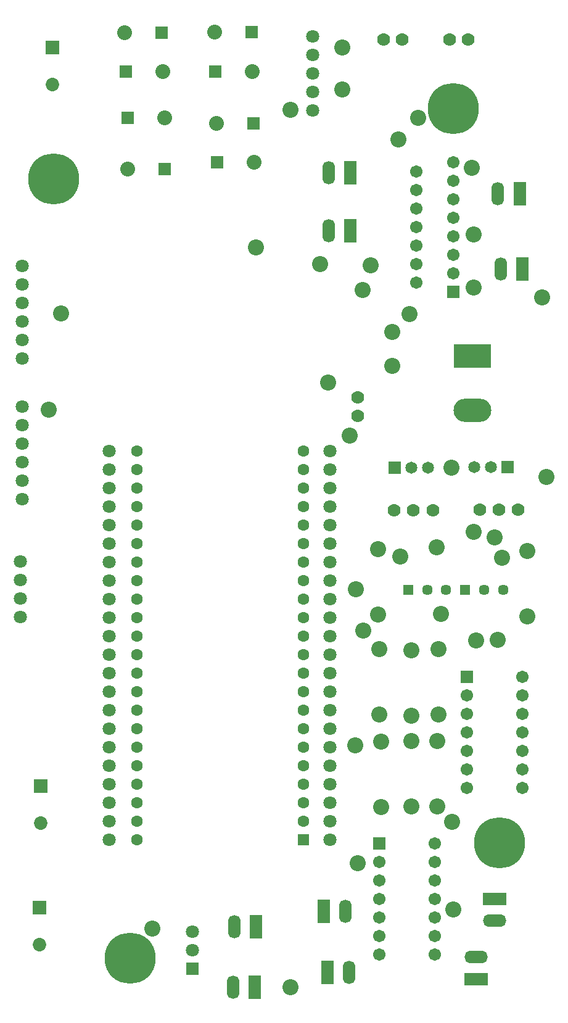
<source format=gbr>
%TF.GenerationSoftware,Altium Limited,Altium Designer,25.8.1 (18)*%
G04 Layer_Color=16711935*
%FSLAX45Y45*%
%MOMM*%
%TF.SameCoordinates,412E6415-05C8-40E6-B22C-806341DFC968*%
%TF.FilePolarity,Negative*%
%TF.FileFunction,Soldermask,Bot*%
%TF.Part,Single*%
G01*
G75*
%TA.AperFunction,ComponentPad*%
%ADD24C,1.77800*%
%ADD26R,1.77800X1.77800*%
%ADD32C,1.65100*%
%ADD33C,1.45000*%
%ADD35C,2.03200*%
%ADD38R,1.45000X1.45000*%
%ADD39R,1.65100X1.65100*%
%ADD40C,7.00000*%
%ADD48C,1.60020*%
%ADD49R,1.60020X1.60020*%
%ADD50C,1.80320*%
%ADD51O,5.20320X3.20320*%
%ADD52R,5.20320X3.20320*%
%ADD53C,1.70320*%
%ADD54R,1.70320X1.70320*%
%ADD55O,1.70320X3.20320*%
%ADD56C,2.20320*%
%ADD57R,1.85320X1.85320*%
%ADD58C,1.80320*%
%ADD59O,3.20320X1.70320*%
%ADD60R,1.80320X1.80320*%
%ADD61R,1.70320X3.20320*%
%ADD62R,3.20320X1.70320*%
%ADD63C,1.85320*%
%TA.AperFunction,ViaPad*%
%ADD64C,2.20320*%
D24*
X13761400Y7886700D02*
D03*
X12585700Y7874000D02*
D03*
X11557000Y9423400D02*
D03*
X13068300Y14338300D02*
D03*
X12166600D02*
D03*
X12057700Y7874000D02*
D03*
X12321700D02*
D03*
X13233400Y7886700D02*
D03*
X13497400D02*
D03*
X11557000Y9169400D02*
D03*
X12814301Y14338300D02*
D03*
X11912600D02*
D03*
D26*
X9626600Y12649200D02*
D03*
X9601200Y13893800D02*
D03*
X8902700Y12560300D02*
D03*
X8864600Y14427200D02*
D03*
X10121900Y13182600D02*
D03*
X10096500Y14439900D02*
D03*
X8394700Y13258800D02*
D03*
X8369300Y13893800D02*
D03*
D32*
X13157201Y8470900D02*
D03*
X12522200Y8458200D02*
D03*
X12293600D02*
D03*
X13385800Y8470900D02*
D03*
D33*
X12769500Y6781900D02*
D03*
X13550200Y6781800D02*
D03*
X13290199D02*
D03*
X12509500Y6781900D02*
D03*
D35*
X9613900Y13182600D02*
D03*
X9588500Y14439900D02*
D03*
X8902700Y13258800D02*
D03*
X8877300Y13893800D02*
D03*
X10109200D02*
D03*
X10134600Y12649200D02*
D03*
X8356600Y14427200D02*
D03*
X8394700Y12560300D02*
D03*
D38*
X13030200Y6781800D02*
D03*
X12249500Y6781900D02*
D03*
D39*
X12065000Y8458200D02*
D03*
X13614400Y8470900D02*
D03*
D40*
X7378700Y12420600D02*
D03*
X13500101Y3314700D02*
D03*
X12865100Y13385800D02*
D03*
X8432800Y1727200D02*
D03*
D48*
X8521700Y8686800D02*
D03*
X10807700D02*
D03*
X8521700Y8432800D02*
D03*
Y8178800D02*
D03*
X10807700D02*
D03*
X8521700Y7924800D02*
D03*
X10807700D02*
D03*
X8521700Y7670800D02*
D03*
Y7416800D02*
D03*
Y7162800D02*
D03*
Y6908800D02*
D03*
Y6654800D02*
D03*
Y6400800D02*
D03*
Y6146800D02*
D03*
Y5892800D02*
D03*
Y5638800D02*
D03*
Y5384800D02*
D03*
X10807700D02*
D03*
X8521700Y5130800D02*
D03*
X10807700D02*
D03*
X8521700Y4876800D02*
D03*
X10807700D02*
D03*
X8521700Y4622800D02*
D03*
X10807700D02*
D03*
X8521700Y4368800D02*
D03*
X10807700D02*
D03*
X8521700Y4114800D02*
D03*
X10807700D02*
D03*
X8521700Y3860800D02*
D03*
X10807700D02*
D03*
X8521700Y3606800D02*
D03*
X10807700D02*
D03*
X8521700Y3352800D02*
D03*
X10807700Y8432800D02*
D03*
Y6908800D02*
D03*
Y6146800D02*
D03*
Y6654800D02*
D03*
Y7162800D02*
D03*
Y7670800D02*
D03*
Y6400800D02*
D03*
Y7416800D02*
D03*
Y5638800D02*
D03*
Y5892800D02*
D03*
D49*
Y3352800D02*
D03*
D50*
X11176000Y3860800D02*
D03*
Y4622800D02*
D03*
Y5130800D02*
D03*
Y3606800D02*
D03*
Y4114800D02*
D03*
Y4876800D02*
D03*
X8140700Y7670800D02*
D03*
X6946900Y10464800D02*
D03*
X11176000Y4368800D02*
D03*
X8140700Y4622800D02*
D03*
Y7416800D02*
D03*
X6946900Y10210800D02*
D03*
Y8026400D02*
D03*
Y9296400D02*
D03*
Y9042400D02*
D03*
Y8280400D02*
D03*
Y8534400D02*
D03*
Y8788400D02*
D03*
X6921500Y7175500D02*
D03*
Y6921500D02*
D03*
Y6667500D02*
D03*
Y6413500D02*
D03*
X11176000Y7670800D02*
D03*
Y7924800D02*
D03*
X10934700Y13614400D02*
D03*
X6946900Y10718800D02*
D03*
X11176000Y8686800D02*
D03*
X10934700Y13360400D02*
D03*
X8140700Y3352800D02*
D03*
X6946900Y10972800D02*
D03*
Y11226800D02*
D03*
X11176000Y8178800D02*
D03*
Y8432800D02*
D03*
X8140700Y5384800D02*
D03*
Y5130800D02*
D03*
Y4876800D02*
D03*
Y4368800D02*
D03*
Y4114800D02*
D03*
Y3860800D02*
D03*
Y3606800D02*
D03*
X10934700Y13868401D02*
D03*
Y14376401D02*
D03*
Y14122400D02*
D03*
X8140700Y5638800D02*
D03*
Y5892800D02*
D03*
Y6146800D02*
D03*
Y6400800D02*
D03*
Y6654800D02*
D03*
Y6908800D02*
D03*
Y7162800D02*
D03*
Y8686800D02*
D03*
Y8178800D02*
D03*
Y7924800D02*
D03*
Y8432800D02*
D03*
X11176000Y7416800D02*
D03*
X6946900Y9956800D02*
D03*
X11176000Y7162800D02*
D03*
Y6908800D02*
D03*
Y6146800D02*
D03*
Y3352800D02*
D03*
Y6400800D02*
D03*
Y6654800D02*
D03*
Y5638800D02*
D03*
Y5892800D02*
D03*
Y5384800D02*
D03*
D51*
X13131799Y9245600D02*
D03*
D52*
Y9995600D02*
D03*
D53*
X12357100Y12522200D02*
D03*
X12865100Y12395200D02*
D03*
X12357100Y12268200D02*
D03*
Y12014200D02*
D03*
X12865100Y11633200D02*
D03*
Y11379200D02*
D03*
X12357100Y11252200D02*
D03*
X12865100Y11125200D02*
D03*
X12357100Y10998200D02*
D03*
Y11760200D02*
D03*
X12865100Y12649200D02*
D03*
Y11887200D02*
D03*
X12357100Y11506200D02*
D03*
X12865100Y12141200D02*
D03*
X13817599Y5588000D02*
D03*
X12611100Y3302000D02*
D03*
X13817599Y5334000D02*
D03*
Y5080000D02*
D03*
Y4572000D02*
D03*
Y4318000D02*
D03*
X13055600Y4064000D02*
D03*
X12611100Y3048000D02*
D03*
Y2540000D02*
D03*
Y2032000D02*
D03*
X11849100Y1778000D02*
D03*
Y2286000D02*
D03*
Y2794000D02*
D03*
X13055600Y5080000D02*
D03*
X12611100Y1778000D02*
D03*
Y2286000D02*
D03*
Y2794000D02*
D03*
X11849100Y2032000D02*
D03*
Y2540000D02*
D03*
Y3048000D02*
D03*
X13817599Y4064000D02*
D03*
Y4826000D02*
D03*
X13055600Y4318000D02*
D03*
Y4572000D02*
D03*
Y4826000D02*
D03*
Y5334000D02*
D03*
D54*
X12865100Y10871200D02*
D03*
X11849100Y3302000D02*
D03*
X13055600Y5588000D02*
D03*
D55*
X13479500Y12217400D02*
D03*
X11155400Y11709400D02*
D03*
Y12509500D02*
D03*
X9860000Y2159000D02*
D03*
X13517599Y11188700D02*
D03*
X9842500Y1333500D02*
D03*
X11437900Y1536700D02*
D03*
X11387100Y2374900D02*
D03*
D56*
X11874500Y3799000D02*
D03*
X11849100Y5069000D02*
D03*
X13881100Y6415200D02*
D03*
X11836400Y6440600D02*
D03*
X12661900Y5969000D02*
D03*
Y5069000D02*
D03*
X12649200Y3810000D02*
D03*
Y4710000D02*
D03*
X11874500Y4699000D02*
D03*
X11849100Y5969000D02*
D03*
X12293600Y5054600D02*
D03*
Y5954600D02*
D03*
Y3810000D02*
D03*
Y4710000D02*
D03*
X13881100Y7315200D02*
D03*
X11836400Y7340600D02*
D03*
D57*
X7188200Y2425700D02*
D03*
X7200900Y4089400D02*
D03*
X7366000Y14224001D02*
D03*
D58*
X9283700Y2095500D02*
D03*
Y1841500D02*
D03*
D59*
X13182600Y1743800D02*
D03*
X13436600Y2243900D02*
D03*
D60*
X9283700Y1587500D02*
D03*
D61*
X13779500Y12217400D02*
D03*
X13817599Y11188700D02*
D03*
X10142500Y1333500D02*
D03*
X10160000Y2159000D02*
D03*
X11455400Y11709400D02*
D03*
X11087100Y2374900D02*
D03*
X11137900Y1536700D02*
D03*
X11455400Y12509500D02*
D03*
D62*
X13182600Y1443800D02*
D03*
X13436600Y2543900D02*
D03*
D63*
X7188200Y1917700D02*
D03*
X7200900Y3581400D02*
D03*
X7366000Y13716000D02*
D03*
D64*
X11633200Y6223000D02*
D03*
X11531600Y6794500D02*
D03*
X7315200Y9258300D02*
D03*
X12268200Y10566400D02*
D03*
X12865100Y2400300D02*
D03*
X8737600Y2133600D02*
D03*
X11341100Y13652499D02*
D03*
X13119099Y12573000D02*
D03*
X12382500Y13258800D02*
D03*
X14084300Y10795000D02*
D03*
X11734800Y11239500D02*
D03*
X11620500Y10896600D02*
D03*
X13144501Y10934700D02*
D03*
X11442700Y8902700D02*
D03*
X12848248Y3596702D02*
D03*
X12839700Y8458200D02*
D03*
X13538200Y7226300D02*
D03*
X12700000Y6451600D02*
D03*
X10629900Y1333500D02*
D03*
X11036300Y11252200D02*
D03*
X10159718Y11485534D02*
D03*
X7480300Y10579100D02*
D03*
X13177679Y6088221D02*
D03*
X11150600Y9626600D02*
D03*
X13144501Y11658600D02*
D03*
X12636500Y7366000D02*
D03*
X12141200Y7239000D02*
D03*
X13150912Y7575796D02*
D03*
X13474699Y6096000D02*
D03*
X11518900Y4648200D02*
D03*
X11557000Y3035300D02*
D03*
X10629900Y13373100D02*
D03*
X12115800Y12966701D02*
D03*
X11341100Y14224001D02*
D03*
X14147800Y8329600D02*
D03*
X13437231Y7505068D02*
D03*
X12026900Y10325100D02*
D03*
Y9855200D02*
D03*
%TF.MD5,e7184a8530133453e63a2de7a56190ab*%
M02*

</source>
